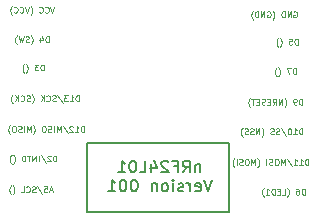
<source format=gbr>
%TF.GenerationSoftware,KiCad,Pcbnew,6.0.5-a6ca702e91~116~ubuntu20.04.1*%
%TF.CreationDate,2022-05-08T08:36:28-05:00*%
%TF.ProjectId,nRF24L01_shield_v001,6e524632-344c-4303-915f-736869656c64,rev?*%
%TF.SameCoordinates,Original*%
%TF.FileFunction,Legend,Bot*%
%TF.FilePolarity,Positive*%
%FSLAX46Y46*%
G04 Gerber Fmt 4.6, Leading zero omitted, Abs format (unit mm)*
G04 Created by KiCad (PCBNEW 6.0.5-a6ca702e91~116~ubuntu20.04.1) date 2022-05-08 08:36:28*
%MOMM*%
%LPD*%
G01*
G04 APERTURE LIST*
%ADD10C,0.150000*%
%ADD11C,0.125000*%
G04 APERTURE END LIST*
D10*
X147800000Y-89700000D02*
X159800000Y-89700000D01*
X159800000Y-89700000D02*
X159800000Y-95500000D01*
X159800000Y-95500000D02*
X147800000Y-95500000D01*
X147800000Y-95500000D02*
X147800000Y-89700000D01*
D11*
X165462857Y-83826190D02*
X165462857Y-83326190D01*
X165343809Y-83326190D01*
X165272380Y-83350000D01*
X165224761Y-83397619D01*
X165200952Y-83445238D01*
X165177142Y-83540476D01*
X165177142Y-83611904D01*
X165200952Y-83707142D01*
X165224761Y-83754761D01*
X165272380Y-83802380D01*
X165343809Y-83826190D01*
X165462857Y-83826190D01*
X165010476Y-83326190D02*
X164677142Y-83326190D01*
X164891428Y-83826190D01*
X163962857Y-84016666D02*
X163986666Y-83992857D01*
X164034285Y-83921428D01*
X164058095Y-83873809D01*
X164081904Y-83802380D01*
X164105714Y-83683333D01*
X164105714Y-83588095D01*
X164081904Y-83469047D01*
X164058095Y-83397619D01*
X164034285Y-83350000D01*
X163986666Y-83278571D01*
X163962857Y-83254761D01*
X163820000Y-84016666D02*
X163796190Y-83992857D01*
X163748571Y-83921428D01*
X163724761Y-83873809D01*
X163700952Y-83802380D01*
X163677142Y-83683333D01*
X163677142Y-83588095D01*
X163700952Y-83469047D01*
X163724761Y-83397619D01*
X163748571Y-83350000D01*
X163796190Y-83278571D01*
X163820000Y-83254761D01*
X145004761Y-78126190D02*
X144838095Y-78626190D01*
X144671428Y-78126190D01*
X144219047Y-78578571D02*
X144242857Y-78602380D01*
X144314285Y-78626190D01*
X144361904Y-78626190D01*
X144433333Y-78602380D01*
X144480952Y-78554761D01*
X144504761Y-78507142D01*
X144528571Y-78411904D01*
X144528571Y-78340476D01*
X144504761Y-78245238D01*
X144480952Y-78197619D01*
X144433333Y-78150000D01*
X144361904Y-78126190D01*
X144314285Y-78126190D01*
X144242857Y-78150000D01*
X144219047Y-78173809D01*
X143719047Y-78578571D02*
X143742857Y-78602380D01*
X143814285Y-78626190D01*
X143861904Y-78626190D01*
X143933333Y-78602380D01*
X143980952Y-78554761D01*
X144004761Y-78507142D01*
X144028571Y-78411904D01*
X144028571Y-78340476D01*
X144004761Y-78245238D01*
X143980952Y-78197619D01*
X143933333Y-78150000D01*
X143861904Y-78126190D01*
X143814285Y-78126190D01*
X143742857Y-78150000D01*
X143719047Y-78173809D01*
X142980952Y-78816666D02*
X143004761Y-78792857D01*
X143052380Y-78721428D01*
X143076190Y-78673809D01*
X143100000Y-78602380D01*
X143123809Y-78483333D01*
X143123809Y-78388095D01*
X143100000Y-78269047D01*
X143076190Y-78197619D01*
X143052380Y-78150000D01*
X143004761Y-78078571D01*
X142980952Y-78054761D01*
X142861904Y-78126190D02*
X142695238Y-78626190D01*
X142528571Y-78126190D01*
X142076190Y-78578571D02*
X142100000Y-78602380D01*
X142171428Y-78626190D01*
X142219047Y-78626190D01*
X142290476Y-78602380D01*
X142338095Y-78554761D01*
X142361904Y-78507142D01*
X142385714Y-78411904D01*
X142385714Y-78340476D01*
X142361904Y-78245238D01*
X142338095Y-78197619D01*
X142290476Y-78150000D01*
X142219047Y-78126190D01*
X142171428Y-78126190D01*
X142100000Y-78150000D01*
X142076190Y-78173809D01*
X141576190Y-78578571D02*
X141600000Y-78602380D01*
X141671428Y-78626190D01*
X141719047Y-78626190D01*
X141790476Y-78602380D01*
X141838095Y-78554761D01*
X141861904Y-78507142D01*
X141885714Y-78411904D01*
X141885714Y-78340476D01*
X141861904Y-78245238D01*
X141838095Y-78197619D01*
X141790476Y-78150000D01*
X141719047Y-78126190D01*
X141671428Y-78126190D01*
X141600000Y-78150000D01*
X141576190Y-78173809D01*
X141409523Y-78816666D02*
X141385714Y-78792857D01*
X141338095Y-78721428D01*
X141314285Y-78673809D01*
X141290476Y-78602380D01*
X141266666Y-78483333D01*
X141266666Y-78388095D01*
X141290476Y-78269047D01*
X141314285Y-78197619D01*
X141338095Y-78150000D01*
X141385714Y-78078571D01*
X141409523Y-78054761D01*
X165266666Y-78550000D02*
X165314285Y-78526190D01*
X165385714Y-78526190D01*
X165457142Y-78550000D01*
X165504761Y-78597619D01*
X165528571Y-78645238D01*
X165552380Y-78740476D01*
X165552380Y-78811904D01*
X165528571Y-78907142D01*
X165504761Y-78954761D01*
X165457142Y-79002380D01*
X165385714Y-79026190D01*
X165338095Y-79026190D01*
X165266666Y-79002380D01*
X165242857Y-78978571D01*
X165242857Y-78811904D01*
X165338095Y-78811904D01*
X165028571Y-79026190D02*
X165028571Y-78526190D01*
X164742857Y-79026190D01*
X164742857Y-78526190D01*
X164504761Y-79026190D02*
X164504761Y-78526190D01*
X164385714Y-78526190D01*
X164314285Y-78550000D01*
X164266666Y-78597619D01*
X164242857Y-78645238D01*
X164219047Y-78740476D01*
X164219047Y-78811904D01*
X164242857Y-78907142D01*
X164266666Y-78954761D01*
X164314285Y-79002380D01*
X164385714Y-79026190D01*
X164504761Y-79026190D01*
X163480952Y-79216666D02*
X163504761Y-79192857D01*
X163552380Y-79121428D01*
X163576190Y-79073809D01*
X163600000Y-79002380D01*
X163623809Y-78883333D01*
X163623809Y-78788095D01*
X163600000Y-78669047D01*
X163576190Y-78597619D01*
X163552380Y-78550000D01*
X163504761Y-78478571D01*
X163480952Y-78454761D01*
X163028571Y-78550000D02*
X163076190Y-78526190D01*
X163147619Y-78526190D01*
X163219047Y-78550000D01*
X163266666Y-78597619D01*
X163290476Y-78645238D01*
X163314285Y-78740476D01*
X163314285Y-78811904D01*
X163290476Y-78907142D01*
X163266666Y-78954761D01*
X163219047Y-79002380D01*
X163147619Y-79026190D01*
X163100000Y-79026190D01*
X163028571Y-79002380D01*
X163004761Y-78978571D01*
X163004761Y-78811904D01*
X163100000Y-78811904D01*
X162790476Y-79026190D02*
X162790476Y-78526190D01*
X162504761Y-79026190D01*
X162504761Y-78526190D01*
X162266666Y-79026190D02*
X162266666Y-78526190D01*
X162147619Y-78526190D01*
X162076190Y-78550000D01*
X162028571Y-78597619D01*
X162004761Y-78645238D01*
X161980952Y-78740476D01*
X161980952Y-78811904D01*
X162004761Y-78907142D01*
X162028571Y-78954761D01*
X162076190Y-79002380D01*
X162147619Y-79026190D01*
X162266666Y-79026190D01*
X161814285Y-79216666D02*
X161790476Y-79192857D01*
X161742857Y-79121428D01*
X161719047Y-79073809D01*
X161695238Y-79002380D01*
X161671428Y-78883333D01*
X161671428Y-78788095D01*
X161695238Y-78669047D01*
X161719047Y-78597619D01*
X161742857Y-78550000D01*
X161790476Y-78478571D01*
X161814285Y-78454761D01*
X166007142Y-88926190D02*
X166007142Y-88426190D01*
X165888095Y-88426190D01*
X165816666Y-88450000D01*
X165769047Y-88497619D01*
X165745238Y-88545238D01*
X165721428Y-88640476D01*
X165721428Y-88711904D01*
X165745238Y-88807142D01*
X165769047Y-88854761D01*
X165816666Y-88902380D01*
X165888095Y-88926190D01*
X166007142Y-88926190D01*
X165245238Y-88926190D02*
X165530952Y-88926190D01*
X165388095Y-88926190D02*
X165388095Y-88426190D01*
X165435714Y-88497619D01*
X165483333Y-88545238D01*
X165530952Y-88569047D01*
X164935714Y-88426190D02*
X164888095Y-88426190D01*
X164840476Y-88450000D01*
X164816666Y-88473809D01*
X164792857Y-88521428D01*
X164769047Y-88616666D01*
X164769047Y-88735714D01*
X164792857Y-88830952D01*
X164816666Y-88878571D01*
X164840476Y-88902380D01*
X164888095Y-88926190D01*
X164935714Y-88926190D01*
X164983333Y-88902380D01*
X165007142Y-88878571D01*
X165030952Y-88830952D01*
X165054761Y-88735714D01*
X165054761Y-88616666D01*
X165030952Y-88521428D01*
X165007142Y-88473809D01*
X164983333Y-88450000D01*
X164935714Y-88426190D01*
X164197619Y-88402380D02*
X164626190Y-89045238D01*
X164054761Y-88902380D02*
X163983333Y-88926190D01*
X163864285Y-88926190D01*
X163816666Y-88902380D01*
X163792857Y-88878571D01*
X163769047Y-88830952D01*
X163769047Y-88783333D01*
X163792857Y-88735714D01*
X163816666Y-88711904D01*
X163864285Y-88688095D01*
X163959523Y-88664285D01*
X164007142Y-88640476D01*
X164030952Y-88616666D01*
X164054761Y-88569047D01*
X164054761Y-88521428D01*
X164030952Y-88473809D01*
X164007142Y-88450000D01*
X163959523Y-88426190D01*
X163840476Y-88426190D01*
X163769047Y-88450000D01*
X163578571Y-88902380D02*
X163507142Y-88926190D01*
X163388095Y-88926190D01*
X163340476Y-88902380D01*
X163316666Y-88878571D01*
X163292857Y-88830952D01*
X163292857Y-88783333D01*
X163316666Y-88735714D01*
X163340476Y-88711904D01*
X163388095Y-88688095D01*
X163483333Y-88664285D01*
X163530952Y-88640476D01*
X163554761Y-88616666D01*
X163578571Y-88569047D01*
X163578571Y-88521428D01*
X163554761Y-88473809D01*
X163530952Y-88450000D01*
X163483333Y-88426190D01*
X163364285Y-88426190D01*
X163292857Y-88450000D01*
X162554761Y-89116666D02*
X162578571Y-89092857D01*
X162626190Y-89021428D01*
X162650000Y-88973809D01*
X162673809Y-88902380D01*
X162697619Y-88783333D01*
X162697619Y-88688095D01*
X162673809Y-88569047D01*
X162650000Y-88497619D01*
X162626190Y-88450000D01*
X162578571Y-88378571D01*
X162554761Y-88354761D01*
X162364285Y-88926190D02*
X162364285Y-88426190D01*
X162078571Y-88926190D01*
X162078571Y-88426190D01*
X161864285Y-88902380D02*
X161792857Y-88926190D01*
X161673809Y-88926190D01*
X161626190Y-88902380D01*
X161602380Y-88878571D01*
X161578571Y-88830952D01*
X161578571Y-88783333D01*
X161602380Y-88735714D01*
X161626190Y-88711904D01*
X161673809Y-88688095D01*
X161769047Y-88664285D01*
X161816666Y-88640476D01*
X161840476Y-88616666D01*
X161864285Y-88569047D01*
X161864285Y-88521428D01*
X161840476Y-88473809D01*
X161816666Y-88450000D01*
X161769047Y-88426190D01*
X161650000Y-88426190D01*
X161578571Y-88450000D01*
X161388095Y-88902380D02*
X161316666Y-88926190D01*
X161197619Y-88926190D01*
X161150000Y-88902380D01*
X161126190Y-88878571D01*
X161102380Y-88830952D01*
X161102380Y-88783333D01*
X161126190Y-88735714D01*
X161150000Y-88711904D01*
X161197619Y-88688095D01*
X161292857Y-88664285D01*
X161340476Y-88640476D01*
X161364285Y-88616666D01*
X161388095Y-88569047D01*
X161388095Y-88521428D01*
X161364285Y-88473809D01*
X161340476Y-88450000D01*
X161292857Y-88426190D01*
X161173809Y-88426190D01*
X161102380Y-88450000D01*
X160935714Y-89116666D02*
X160911904Y-89092857D01*
X160864285Y-89021428D01*
X160840476Y-88973809D01*
X160816666Y-88902380D01*
X160792857Y-88783333D01*
X160792857Y-88688095D01*
X160816666Y-88569047D01*
X160840476Y-88497619D01*
X160864285Y-88450000D01*
X160911904Y-88378571D01*
X160935714Y-88354761D01*
X144833333Y-93683333D02*
X144595238Y-93683333D01*
X144880952Y-93826190D02*
X144714285Y-93326190D01*
X144547619Y-93826190D01*
X144142857Y-93326190D02*
X144380952Y-93326190D01*
X144404761Y-93564285D01*
X144380952Y-93540476D01*
X144333333Y-93516666D01*
X144214285Y-93516666D01*
X144166666Y-93540476D01*
X144142857Y-93564285D01*
X144119047Y-93611904D01*
X144119047Y-93730952D01*
X144142857Y-93778571D01*
X144166666Y-93802380D01*
X144214285Y-93826190D01*
X144333333Y-93826190D01*
X144380952Y-93802380D01*
X144404761Y-93778571D01*
X143547619Y-93302380D02*
X143976190Y-93945238D01*
X143404761Y-93802380D02*
X143333333Y-93826190D01*
X143214285Y-93826190D01*
X143166666Y-93802380D01*
X143142857Y-93778571D01*
X143119047Y-93730952D01*
X143119047Y-93683333D01*
X143142857Y-93635714D01*
X143166666Y-93611904D01*
X143214285Y-93588095D01*
X143309523Y-93564285D01*
X143357142Y-93540476D01*
X143380952Y-93516666D01*
X143404761Y-93469047D01*
X143404761Y-93421428D01*
X143380952Y-93373809D01*
X143357142Y-93350000D01*
X143309523Y-93326190D01*
X143190476Y-93326190D01*
X143119047Y-93350000D01*
X142619047Y-93778571D02*
X142642857Y-93802380D01*
X142714285Y-93826190D01*
X142761904Y-93826190D01*
X142833333Y-93802380D01*
X142880952Y-93754761D01*
X142904761Y-93707142D01*
X142928571Y-93611904D01*
X142928571Y-93540476D01*
X142904761Y-93445238D01*
X142880952Y-93397619D01*
X142833333Y-93350000D01*
X142761904Y-93326190D01*
X142714285Y-93326190D01*
X142642857Y-93350000D01*
X142619047Y-93373809D01*
X142166666Y-93826190D02*
X142404761Y-93826190D01*
X142404761Y-93326190D01*
X141476190Y-94016666D02*
X141500000Y-93992857D01*
X141547619Y-93921428D01*
X141571428Y-93873809D01*
X141595238Y-93802380D01*
X141619047Y-93683333D01*
X141619047Y-93588095D01*
X141595238Y-93469047D01*
X141571428Y-93397619D01*
X141547619Y-93350000D01*
X141500000Y-93278571D01*
X141476190Y-93254761D01*
X141333333Y-94016666D02*
X141309523Y-93992857D01*
X141261904Y-93921428D01*
X141238095Y-93873809D01*
X141214285Y-93802380D01*
X141190476Y-93683333D01*
X141190476Y-93588095D01*
X141214285Y-93469047D01*
X141238095Y-93397619D01*
X141261904Y-93350000D01*
X141309523Y-93278571D01*
X141333333Y-93254761D01*
X147502380Y-88726190D02*
X147502380Y-88226190D01*
X147383333Y-88226190D01*
X147311904Y-88250000D01*
X147264285Y-88297619D01*
X147240476Y-88345238D01*
X147216666Y-88440476D01*
X147216666Y-88511904D01*
X147240476Y-88607142D01*
X147264285Y-88654761D01*
X147311904Y-88702380D01*
X147383333Y-88726190D01*
X147502380Y-88726190D01*
X146740476Y-88726190D02*
X147026190Y-88726190D01*
X146883333Y-88726190D02*
X146883333Y-88226190D01*
X146930952Y-88297619D01*
X146978571Y-88345238D01*
X147026190Y-88369047D01*
X146550000Y-88273809D02*
X146526190Y-88250000D01*
X146478571Y-88226190D01*
X146359523Y-88226190D01*
X146311904Y-88250000D01*
X146288095Y-88273809D01*
X146264285Y-88321428D01*
X146264285Y-88369047D01*
X146288095Y-88440476D01*
X146573809Y-88726190D01*
X146264285Y-88726190D01*
X145692857Y-88202380D02*
X146121428Y-88845238D01*
X145526190Y-88726190D02*
X145526190Y-88226190D01*
X145359523Y-88583333D01*
X145192857Y-88226190D01*
X145192857Y-88726190D01*
X144954761Y-88726190D02*
X144954761Y-88226190D01*
X144740476Y-88702380D02*
X144669047Y-88726190D01*
X144550000Y-88726190D01*
X144502380Y-88702380D01*
X144478571Y-88678571D01*
X144454761Y-88630952D01*
X144454761Y-88583333D01*
X144478571Y-88535714D01*
X144502380Y-88511904D01*
X144550000Y-88488095D01*
X144645238Y-88464285D01*
X144692857Y-88440476D01*
X144716666Y-88416666D01*
X144740476Y-88369047D01*
X144740476Y-88321428D01*
X144716666Y-88273809D01*
X144692857Y-88250000D01*
X144645238Y-88226190D01*
X144526190Y-88226190D01*
X144454761Y-88250000D01*
X144145238Y-88226190D02*
X144050000Y-88226190D01*
X144002380Y-88250000D01*
X143954761Y-88297619D01*
X143930952Y-88392857D01*
X143930952Y-88559523D01*
X143954761Y-88654761D01*
X144002380Y-88702380D01*
X144050000Y-88726190D01*
X144145238Y-88726190D01*
X144192857Y-88702380D01*
X144240476Y-88654761D01*
X144264285Y-88559523D01*
X144264285Y-88392857D01*
X144240476Y-88297619D01*
X144192857Y-88250000D01*
X144145238Y-88226190D01*
X143192857Y-88916666D02*
X143216666Y-88892857D01*
X143264285Y-88821428D01*
X143288095Y-88773809D01*
X143311904Y-88702380D01*
X143335714Y-88583333D01*
X143335714Y-88488095D01*
X143311904Y-88369047D01*
X143288095Y-88297619D01*
X143264285Y-88250000D01*
X143216666Y-88178571D01*
X143192857Y-88154761D01*
X143002380Y-88726190D02*
X143002380Y-88226190D01*
X142835714Y-88583333D01*
X142669047Y-88226190D01*
X142669047Y-88726190D01*
X142430952Y-88726190D02*
X142430952Y-88226190D01*
X142216666Y-88702380D02*
X142145238Y-88726190D01*
X142026190Y-88726190D01*
X141978571Y-88702380D01*
X141954761Y-88678571D01*
X141930952Y-88630952D01*
X141930952Y-88583333D01*
X141954761Y-88535714D01*
X141978571Y-88511904D01*
X142026190Y-88488095D01*
X142121428Y-88464285D01*
X142169047Y-88440476D01*
X142192857Y-88416666D01*
X142216666Y-88369047D01*
X142216666Y-88321428D01*
X142192857Y-88273809D01*
X142169047Y-88250000D01*
X142121428Y-88226190D01*
X142002380Y-88226190D01*
X141930952Y-88250000D01*
X141621428Y-88226190D02*
X141526190Y-88226190D01*
X141478571Y-88250000D01*
X141430952Y-88297619D01*
X141407142Y-88392857D01*
X141407142Y-88559523D01*
X141430952Y-88654761D01*
X141478571Y-88702380D01*
X141526190Y-88726190D01*
X141621428Y-88726190D01*
X141669047Y-88702380D01*
X141716666Y-88654761D01*
X141740476Y-88559523D01*
X141740476Y-88392857D01*
X141716666Y-88297619D01*
X141669047Y-88250000D01*
X141621428Y-88226190D01*
X141240476Y-88916666D02*
X141216666Y-88892857D01*
X141169047Y-88821428D01*
X141145238Y-88773809D01*
X141121428Y-88702380D01*
X141097619Y-88583333D01*
X141097619Y-88488095D01*
X141121428Y-88369047D01*
X141145238Y-88297619D01*
X141169047Y-88250000D01*
X141216666Y-88178571D01*
X141240476Y-88154761D01*
X144092857Y-83526190D02*
X144092857Y-83026190D01*
X143973809Y-83026190D01*
X143902380Y-83050000D01*
X143854761Y-83097619D01*
X143830952Y-83145238D01*
X143807142Y-83240476D01*
X143807142Y-83311904D01*
X143830952Y-83407142D01*
X143854761Y-83454761D01*
X143902380Y-83502380D01*
X143973809Y-83526190D01*
X144092857Y-83526190D01*
X143640476Y-83026190D02*
X143330952Y-83026190D01*
X143497619Y-83216666D01*
X143426190Y-83216666D01*
X143378571Y-83240476D01*
X143354761Y-83264285D01*
X143330952Y-83311904D01*
X143330952Y-83430952D01*
X143354761Y-83478571D01*
X143378571Y-83502380D01*
X143426190Y-83526190D01*
X143569047Y-83526190D01*
X143616666Y-83502380D01*
X143640476Y-83478571D01*
X142592857Y-83716666D02*
X142616666Y-83692857D01*
X142664285Y-83621428D01*
X142688095Y-83573809D01*
X142711904Y-83502380D01*
X142735714Y-83383333D01*
X142735714Y-83288095D01*
X142711904Y-83169047D01*
X142688095Y-83097619D01*
X142664285Y-83050000D01*
X142616666Y-82978571D01*
X142592857Y-82954761D01*
X142450000Y-83716666D02*
X142426190Y-83692857D01*
X142378571Y-83621428D01*
X142354761Y-83573809D01*
X142330952Y-83502380D01*
X142307142Y-83383333D01*
X142307142Y-83288095D01*
X142330952Y-83169047D01*
X142354761Y-83097619D01*
X142378571Y-83050000D01*
X142426190Y-82978571D01*
X142450000Y-82954761D01*
D10*
X157352380Y-91480714D02*
X157352380Y-92147380D01*
X157352380Y-91575952D02*
X157304761Y-91528333D01*
X157209523Y-91480714D01*
X157066666Y-91480714D01*
X156971428Y-91528333D01*
X156923809Y-91623571D01*
X156923809Y-92147380D01*
X155876190Y-92147380D02*
X156209523Y-91671190D01*
X156447619Y-92147380D02*
X156447619Y-91147380D01*
X156066666Y-91147380D01*
X155971428Y-91195000D01*
X155923809Y-91242619D01*
X155876190Y-91337857D01*
X155876190Y-91480714D01*
X155923809Y-91575952D01*
X155971428Y-91623571D01*
X156066666Y-91671190D01*
X156447619Y-91671190D01*
X155114285Y-91623571D02*
X155447619Y-91623571D01*
X155447619Y-92147380D02*
X155447619Y-91147380D01*
X154971428Y-91147380D01*
X154638095Y-91242619D02*
X154590476Y-91195000D01*
X154495238Y-91147380D01*
X154257142Y-91147380D01*
X154161904Y-91195000D01*
X154114285Y-91242619D01*
X154066666Y-91337857D01*
X154066666Y-91433095D01*
X154114285Y-91575952D01*
X154685714Y-92147380D01*
X154066666Y-92147380D01*
X153209523Y-91480714D02*
X153209523Y-92147380D01*
X153447619Y-91099761D02*
X153685714Y-91814047D01*
X153066666Y-91814047D01*
X152209523Y-92147380D02*
X152685714Y-92147380D01*
X152685714Y-91147380D01*
X151685714Y-91147380D02*
X151590476Y-91147380D01*
X151495238Y-91195000D01*
X151447619Y-91242619D01*
X151400000Y-91337857D01*
X151352380Y-91528333D01*
X151352380Y-91766428D01*
X151400000Y-91956904D01*
X151447619Y-92052142D01*
X151495238Y-92099761D01*
X151590476Y-92147380D01*
X151685714Y-92147380D01*
X151780952Y-92099761D01*
X151828571Y-92052142D01*
X151876190Y-91956904D01*
X151923809Y-91766428D01*
X151923809Y-91528333D01*
X151876190Y-91337857D01*
X151828571Y-91242619D01*
X151780952Y-91195000D01*
X151685714Y-91147380D01*
X150400000Y-92147380D02*
X150971428Y-92147380D01*
X150685714Y-92147380D02*
X150685714Y-91147380D01*
X150780952Y-91290238D01*
X150876190Y-91385476D01*
X150971428Y-91433095D01*
X158328571Y-92757380D02*
X157995238Y-93757380D01*
X157661904Y-92757380D01*
X156947619Y-93709761D02*
X157042857Y-93757380D01*
X157233333Y-93757380D01*
X157328571Y-93709761D01*
X157376190Y-93614523D01*
X157376190Y-93233571D01*
X157328571Y-93138333D01*
X157233333Y-93090714D01*
X157042857Y-93090714D01*
X156947619Y-93138333D01*
X156900000Y-93233571D01*
X156900000Y-93328809D01*
X157376190Y-93424047D01*
X156471428Y-93757380D02*
X156471428Y-93090714D01*
X156471428Y-93281190D02*
X156423809Y-93185952D01*
X156376190Y-93138333D01*
X156280952Y-93090714D01*
X156185714Y-93090714D01*
X155900000Y-93709761D02*
X155804761Y-93757380D01*
X155614285Y-93757380D01*
X155519047Y-93709761D01*
X155471428Y-93614523D01*
X155471428Y-93566904D01*
X155519047Y-93471666D01*
X155614285Y-93424047D01*
X155757142Y-93424047D01*
X155852380Y-93376428D01*
X155900000Y-93281190D01*
X155900000Y-93233571D01*
X155852380Y-93138333D01*
X155757142Y-93090714D01*
X155614285Y-93090714D01*
X155519047Y-93138333D01*
X155042857Y-93757380D02*
X155042857Y-93090714D01*
X155042857Y-92757380D02*
X155090476Y-92805000D01*
X155042857Y-92852619D01*
X154995238Y-92805000D01*
X155042857Y-92757380D01*
X155042857Y-92852619D01*
X154423809Y-93757380D02*
X154519047Y-93709761D01*
X154566666Y-93662142D01*
X154614285Y-93566904D01*
X154614285Y-93281190D01*
X154566666Y-93185952D01*
X154519047Y-93138333D01*
X154423809Y-93090714D01*
X154280952Y-93090714D01*
X154185714Y-93138333D01*
X154138095Y-93185952D01*
X154090476Y-93281190D01*
X154090476Y-93566904D01*
X154138095Y-93662142D01*
X154185714Y-93709761D01*
X154280952Y-93757380D01*
X154423809Y-93757380D01*
X153661904Y-93090714D02*
X153661904Y-93757380D01*
X153661904Y-93185952D02*
X153614285Y-93138333D01*
X153519047Y-93090714D01*
X153376190Y-93090714D01*
X153280952Y-93138333D01*
X153233333Y-93233571D01*
X153233333Y-93757380D01*
X151804761Y-92757380D02*
X151709523Y-92757380D01*
X151614285Y-92805000D01*
X151566666Y-92852619D01*
X151519047Y-92947857D01*
X151471428Y-93138333D01*
X151471428Y-93376428D01*
X151519047Y-93566904D01*
X151566666Y-93662142D01*
X151614285Y-93709761D01*
X151709523Y-93757380D01*
X151804761Y-93757380D01*
X151900000Y-93709761D01*
X151947619Y-93662142D01*
X151995238Y-93566904D01*
X152042857Y-93376428D01*
X152042857Y-93138333D01*
X151995238Y-92947857D01*
X151947619Y-92852619D01*
X151900000Y-92805000D01*
X151804761Y-92757380D01*
X150852380Y-92757380D02*
X150757142Y-92757380D01*
X150661904Y-92805000D01*
X150614285Y-92852619D01*
X150566666Y-92947857D01*
X150519047Y-93138333D01*
X150519047Y-93376428D01*
X150566666Y-93566904D01*
X150614285Y-93662142D01*
X150661904Y-93709761D01*
X150757142Y-93757380D01*
X150852380Y-93757380D01*
X150947619Y-93709761D01*
X150995238Y-93662142D01*
X151042857Y-93566904D01*
X151090476Y-93376428D01*
X151090476Y-93138333D01*
X151042857Y-92947857D01*
X150995238Y-92852619D01*
X150947619Y-92805000D01*
X150852380Y-92757380D01*
X149566666Y-93757380D02*
X150138095Y-93757380D01*
X149852380Y-93757380D02*
X149852380Y-92757380D01*
X149947619Y-92900238D01*
X150042857Y-92995476D01*
X150138095Y-93043095D01*
D11*
X166209523Y-94026190D02*
X166209523Y-93526190D01*
X166090476Y-93526190D01*
X166019047Y-93550000D01*
X165971428Y-93597619D01*
X165947619Y-93645238D01*
X165923809Y-93740476D01*
X165923809Y-93811904D01*
X165947619Y-93907142D01*
X165971428Y-93954761D01*
X166019047Y-94002380D01*
X166090476Y-94026190D01*
X166209523Y-94026190D01*
X165495238Y-93526190D02*
X165590476Y-93526190D01*
X165638095Y-93550000D01*
X165661904Y-93573809D01*
X165709523Y-93645238D01*
X165733333Y-93740476D01*
X165733333Y-93930952D01*
X165709523Y-93978571D01*
X165685714Y-94002380D01*
X165638095Y-94026190D01*
X165542857Y-94026190D01*
X165495238Y-94002380D01*
X165471428Y-93978571D01*
X165447619Y-93930952D01*
X165447619Y-93811904D01*
X165471428Y-93764285D01*
X165495238Y-93740476D01*
X165542857Y-93716666D01*
X165638095Y-93716666D01*
X165685714Y-93740476D01*
X165709523Y-93764285D01*
X165733333Y-93811904D01*
X164709523Y-94216666D02*
X164733333Y-94192857D01*
X164780952Y-94121428D01*
X164804761Y-94073809D01*
X164828571Y-94002380D01*
X164852380Y-93883333D01*
X164852380Y-93788095D01*
X164828571Y-93669047D01*
X164804761Y-93597619D01*
X164780952Y-93550000D01*
X164733333Y-93478571D01*
X164709523Y-93454761D01*
X164280952Y-94026190D02*
X164519047Y-94026190D01*
X164519047Y-93526190D01*
X164114285Y-93764285D02*
X163947619Y-93764285D01*
X163876190Y-94026190D02*
X164114285Y-94026190D01*
X164114285Y-93526190D01*
X163876190Y-93526190D01*
X163661904Y-94026190D02*
X163661904Y-93526190D01*
X163542857Y-93526190D01*
X163471428Y-93550000D01*
X163423809Y-93597619D01*
X163400000Y-93645238D01*
X163376190Y-93740476D01*
X163376190Y-93811904D01*
X163400000Y-93907142D01*
X163423809Y-93954761D01*
X163471428Y-94002380D01*
X163542857Y-94026190D01*
X163661904Y-94026190D01*
X162900000Y-94026190D02*
X163185714Y-94026190D01*
X163042857Y-94026190D02*
X163042857Y-93526190D01*
X163090476Y-93597619D01*
X163138095Y-93645238D01*
X163185714Y-93669047D01*
X162733333Y-94216666D02*
X162709523Y-94192857D01*
X162661904Y-94121428D01*
X162638095Y-94073809D01*
X162614285Y-94002380D01*
X162590476Y-93883333D01*
X162590476Y-93788095D01*
X162614285Y-93669047D01*
X162638095Y-93597619D01*
X162661904Y-93550000D01*
X162709523Y-93478571D01*
X162733333Y-93454761D01*
X144516666Y-81126190D02*
X144516666Y-80626190D01*
X144397619Y-80626190D01*
X144326190Y-80650000D01*
X144278571Y-80697619D01*
X144254761Y-80745238D01*
X144230952Y-80840476D01*
X144230952Y-80911904D01*
X144254761Y-81007142D01*
X144278571Y-81054761D01*
X144326190Y-81102380D01*
X144397619Y-81126190D01*
X144516666Y-81126190D01*
X143802380Y-80792857D02*
X143802380Y-81126190D01*
X143921428Y-80602380D02*
X144040476Y-80959523D01*
X143730952Y-80959523D01*
X143016666Y-81316666D02*
X143040476Y-81292857D01*
X143088095Y-81221428D01*
X143111904Y-81173809D01*
X143135714Y-81102380D01*
X143159523Y-80983333D01*
X143159523Y-80888095D01*
X143135714Y-80769047D01*
X143111904Y-80697619D01*
X143088095Y-80650000D01*
X143040476Y-80578571D01*
X143016666Y-80554761D01*
X142850000Y-81102380D02*
X142778571Y-81126190D01*
X142659523Y-81126190D01*
X142611904Y-81102380D01*
X142588095Y-81078571D01*
X142564285Y-81030952D01*
X142564285Y-80983333D01*
X142588095Y-80935714D01*
X142611904Y-80911904D01*
X142659523Y-80888095D01*
X142754761Y-80864285D01*
X142802380Y-80840476D01*
X142826190Y-80816666D01*
X142850000Y-80769047D01*
X142850000Y-80721428D01*
X142826190Y-80673809D01*
X142802380Y-80650000D01*
X142754761Y-80626190D01*
X142635714Y-80626190D01*
X142564285Y-80650000D01*
X142397619Y-80626190D02*
X142278571Y-81126190D01*
X142183333Y-80769047D01*
X142088095Y-81126190D01*
X141969047Y-80626190D01*
X141826190Y-81316666D02*
X141802380Y-81292857D01*
X141754761Y-81221428D01*
X141730952Y-81173809D01*
X141707142Y-81102380D01*
X141683333Y-80983333D01*
X141683333Y-80888095D01*
X141707142Y-80769047D01*
X141730952Y-80697619D01*
X141754761Y-80650000D01*
X141802380Y-80578571D01*
X141826190Y-80554761D01*
X147069047Y-86126190D02*
X147069047Y-85626190D01*
X146950000Y-85626190D01*
X146878571Y-85650000D01*
X146830952Y-85697619D01*
X146807142Y-85745238D01*
X146783333Y-85840476D01*
X146783333Y-85911904D01*
X146807142Y-86007142D01*
X146830952Y-86054761D01*
X146878571Y-86102380D01*
X146950000Y-86126190D01*
X147069047Y-86126190D01*
X146307142Y-86126190D02*
X146592857Y-86126190D01*
X146450000Y-86126190D02*
X146450000Y-85626190D01*
X146497619Y-85697619D01*
X146545238Y-85745238D01*
X146592857Y-85769047D01*
X146140476Y-85626190D02*
X145830952Y-85626190D01*
X145997619Y-85816666D01*
X145926190Y-85816666D01*
X145878571Y-85840476D01*
X145854761Y-85864285D01*
X145830952Y-85911904D01*
X145830952Y-86030952D01*
X145854761Y-86078571D01*
X145878571Y-86102380D01*
X145926190Y-86126190D01*
X146069047Y-86126190D01*
X146116666Y-86102380D01*
X146140476Y-86078571D01*
X145259523Y-85602380D02*
X145688095Y-86245238D01*
X145116666Y-86102380D02*
X145045238Y-86126190D01*
X144926190Y-86126190D01*
X144878571Y-86102380D01*
X144854761Y-86078571D01*
X144830952Y-86030952D01*
X144830952Y-85983333D01*
X144854761Y-85935714D01*
X144878571Y-85911904D01*
X144926190Y-85888095D01*
X145021428Y-85864285D01*
X145069047Y-85840476D01*
X145092857Y-85816666D01*
X145116666Y-85769047D01*
X145116666Y-85721428D01*
X145092857Y-85673809D01*
X145069047Y-85650000D01*
X145021428Y-85626190D01*
X144902380Y-85626190D01*
X144830952Y-85650000D01*
X144330952Y-86078571D02*
X144354761Y-86102380D01*
X144426190Y-86126190D01*
X144473809Y-86126190D01*
X144545238Y-86102380D01*
X144592857Y-86054761D01*
X144616666Y-86007142D01*
X144640476Y-85911904D01*
X144640476Y-85840476D01*
X144616666Y-85745238D01*
X144592857Y-85697619D01*
X144545238Y-85650000D01*
X144473809Y-85626190D01*
X144426190Y-85626190D01*
X144354761Y-85650000D01*
X144330952Y-85673809D01*
X144116666Y-86126190D02*
X144116666Y-85626190D01*
X143830952Y-86126190D02*
X144045238Y-85840476D01*
X143830952Y-85626190D02*
X144116666Y-85911904D01*
X143092857Y-86316666D02*
X143116666Y-86292857D01*
X143164285Y-86221428D01*
X143188095Y-86173809D01*
X143211904Y-86102380D01*
X143235714Y-85983333D01*
X143235714Y-85888095D01*
X143211904Y-85769047D01*
X143188095Y-85697619D01*
X143164285Y-85650000D01*
X143116666Y-85578571D01*
X143092857Y-85554761D01*
X142926190Y-86102380D02*
X142854761Y-86126190D01*
X142735714Y-86126190D01*
X142688095Y-86102380D01*
X142664285Y-86078571D01*
X142640476Y-86030952D01*
X142640476Y-85983333D01*
X142664285Y-85935714D01*
X142688095Y-85911904D01*
X142735714Y-85888095D01*
X142830952Y-85864285D01*
X142878571Y-85840476D01*
X142902380Y-85816666D01*
X142926190Y-85769047D01*
X142926190Y-85721428D01*
X142902380Y-85673809D01*
X142878571Y-85650000D01*
X142830952Y-85626190D01*
X142711904Y-85626190D01*
X142640476Y-85650000D01*
X142140476Y-86078571D02*
X142164285Y-86102380D01*
X142235714Y-86126190D01*
X142283333Y-86126190D01*
X142354761Y-86102380D01*
X142402380Y-86054761D01*
X142426190Y-86007142D01*
X142450000Y-85911904D01*
X142450000Y-85840476D01*
X142426190Y-85745238D01*
X142402380Y-85697619D01*
X142354761Y-85650000D01*
X142283333Y-85626190D01*
X142235714Y-85626190D01*
X142164285Y-85650000D01*
X142140476Y-85673809D01*
X141926190Y-86126190D02*
X141926190Y-85626190D01*
X141640476Y-86126190D02*
X141854761Y-85840476D01*
X141640476Y-85626190D02*
X141926190Y-85911904D01*
X141473809Y-86316666D02*
X141450000Y-86292857D01*
X141402380Y-86221428D01*
X141378571Y-86173809D01*
X141354761Y-86102380D01*
X141330952Y-85983333D01*
X141330952Y-85888095D01*
X141354761Y-85769047D01*
X141378571Y-85697619D01*
X141402380Y-85650000D01*
X141450000Y-85578571D01*
X141473809Y-85554761D01*
X165985714Y-86426190D02*
X165985714Y-85926190D01*
X165866666Y-85926190D01*
X165795238Y-85950000D01*
X165747619Y-85997619D01*
X165723809Y-86045238D01*
X165700000Y-86140476D01*
X165700000Y-86211904D01*
X165723809Y-86307142D01*
X165747619Y-86354761D01*
X165795238Y-86402380D01*
X165866666Y-86426190D01*
X165985714Y-86426190D01*
X165461904Y-86426190D02*
X165366666Y-86426190D01*
X165319047Y-86402380D01*
X165295238Y-86378571D01*
X165247619Y-86307142D01*
X165223809Y-86211904D01*
X165223809Y-86021428D01*
X165247619Y-85973809D01*
X165271428Y-85950000D01*
X165319047Y-85926190D01*
X165414285Y-85926190D01*
X165461904Y-85950000D01*
X165485714Y-85973809D01*
X165509523Y-86021428D01*
X165509523Y-86140476D01*
X165485714Y-86188095D01*
X165461904Y-86211904D01*
X165414285Y-86235714D01*
X165319047Y-86235714D01*
X165271428Y-86211904D01*
X165247619Y-86188095D01*
X165223809Y-86140476D01*
X164485714Y-86616666D02*
X164509523Y-86592857D01*
X164557142Y-86521428D01*
X164580952Y-86473809D01*
X164604761Y-86402380D01*
X164628571Y-86283333D01*
X164628571Y-86188095D01*
X164604761Y-86069047D01*
X164580952Y-85997619D01*
X164557142Y-85950000D01*
X164509523Y-85878571D01*
X164485714Y-85854761D01*
X164295238Y-86426190D02*
X164295238Y-85926190D01*
X164009523Y-86426190D01*
X164009523Y-85926190D01*
X163485714Y-86426190D02*
X163652380Y-86188095D01*
X163771428Y-86426190D02*
X163771428Y-85926190D01*
X163580952Y-85926190D01*
X163533333Y-85950000D01*
X163509523Y-85973809D01*
X163485714Y-86021428D01*
X163485714Y-86092857D01*
X163509523Y-86140476D01*
X163533333Y-86164285D01*
X163580952Y-86188095D01*
X163771428Y-86188095D01*
X163271428Y-86164285D02*
X163104761Y-86164285D01*
X163033333Y-86426190D02*
X163271428Y-86426190D01*
X163271428Y-85926190D01*
X163033333Y-85926190D01*
X162842857Y-86402380D02*
X162771428Y-86426190D01*
X162652380Y-86426190D01*
X162604761Y-86402380D01*
X162580952Y-86378571D01*
X162557142Y-86330952D01*
X162557142Y-86283333D01*
X162580952Y-86235714D01*
X162604761Y-86211904D01*
X162652380Y-86188095D01*
X162747619Y-86164285D01*
X162795238Y-86140476D01*
X162819047Y-86116666D01*
X162842857Y-86069047D01*
X162842857Y-86021428D01*
X162819047Y-85973809D01*
X162795238Y-85950000D01*
X162747619Y-85926190D01*
X162628571Y-85926190D01*
X162557142Y-85950000D01*
X162342857Y-86164285D02*
X162176190Y-86164285D01*
X162104761Y-86426190D02*
X162342857Y-86426190D01*
X162342857Y-85926190D01*
X162104761Y-85926190D01*
X161961904Y-85926190D02*
X161676190Y-85926190D01*
X161819047Y-86426190D02*
X161819047Y-85926190D01*
X161557142Y-86616666D02*
X161533333Y-86592857D01*
X161485714Y-86521428D01*
X161461904Y-86473809D01*
X161438095Y-86402380D01*
X161414285Y-86283333D01*
X161414285Y-86188095D01*
X161438095Y-86069047D01*
X161461904Y-85997619D01*
X161485714Y-85950000D01*
X161533333Y-85878571D01*
X161557142Y-85854761D01*
X145164285Y-91226190D02*
X145164285Y-90726190D01*
X145045238Y-90726190D01*
X144973809Y-90750000D01*
X144926190Y-90797619D01*
X144902380Y-90845238D01*
X144878571Y-90940476D01*
X144878571Y-91011904D01*
X144902380Y-91107142D01*
X144926190Y-91154761D01*
X144973809Y-91202380D01*
X145045238Y-91226190D01*
X145164285Y-91226190D01*
X144688095Y-90773809D02*
X144664285Y-90750000D01*
X144616666Y-90726190D01*
X144497619Y-90726190D01*
X144450000Y-90750000D01*
X144426190Y-90773809D01*
X144402380Y-90821428D01*
X144402380Y-90869047D01*
X144426190Y-90940476D01*
X144711904Y-91226190D01*
X144402380Y-91226190D01*
X143830952Y-90702380D02*
X144259523Y-91345238D01*
X143664285Y-91226190D02*
X143664285Y-90726190D01*
X143426190Y-91226190D02*
X143426190Y-90726190D01*
X143140476Y-91226190D01*
X143140476Y-90726190D01*
X142973809Y-90726190D02*
X142688095Y-90726190D01*
X142830952Y-91226190D02*
X142830952Y-90726190D01*
X142426190Y-90726190D02*
X142378571Y-90726190D01*
X142330952Y-90750000D01*
X142307142Y-90773809D01*
X142283333Y-90821428D01*
X142259523Y-90916666D01*
X142259523Y-91035714D01*
X142283333Y-91130952D01*
X142307142Y-91178571D01*
X142330952Y-91202380D01*
X142378571Y-91226190D01*
X142426190Y-91226190D01*
X142473809Y-91202380D01*
X142497619Y-91178571D01*
X142521428Y-91130952D01*
X142545238Y-91035714D01*
X142545238Y-90916666D01*
X142521428Y-90821428D01*
X142497619Y-90773809D01*
X142473809Y-90750000D01*
X142426190Y-90726190D01*
X141521428Y-91416666D02*
X141545238Y-91392857D01*
X141592857Y-91321428D01*
X141616666Y-91273809D01*
X141640476Y-91202380D01*
X141664285Y-91083333D01*
X141664285Y-90988095D01*
X141640476Y-90869047D01*
X141616666Y-90797619D01*
X141592857Y-90750000D01*
X141545238Y-90678571D01*
X141521428Y-90654761D01*
X141378571Y-91416666D02*
X141354761Y-91392857D01*
X141307142Y-91321428D01*
X141283333Y-91273809D01*
X141259523Y-91202380D01*
X141235714Y-91083333D01*
X141235714Y-90988095D01*
X141259523Y-90869047D01*
X141283333Y-90797619D01*
X141307142Y-90750000D01*
X141354761Y-90678571D01*
X141378571Y-90654761D01*
X166502380Y-91526190D02*
X166502380Y-91026190D01*
X166383333Y-91026190D01*
X166311904Y-91050000D01*
X166264285Y-91097619D01*
X166240476Y-91145238D01*
X166216666Y-91240476D01*
X166216666Y-91311904D01*
X166240476Y-91407142D01*
X166264285Y-91454761D01*
X166311904Y-91502380D01*
X166383333Y-91526190D01*
X166502380Y-91526190D01*
X165740476Y-91526190D02*
X166026190Y-91526190D01*
X165883333Y-91526190D02*
X165883333Y-91026190D01*
X165930952Y-91097619D01*
X165978571Y-91145238D01*
X166026190Y-91169047D01*
X165264285Y-91526190D02*
X165550000Y-91526190D01*
X165407142Y-91526190D02*
X165407142Y-91026190D01*
X165454761Y-91097619D01*
X165502380Y-91145238D01*
X165550000Y-91169047D01*
X164692857Y-91002380D02*
X165121428Y-91645238D01*
X164526190Y-91526190D02*
X164526190Y-91026190D01*
X164359523Y-91383333D01*
X164192857Y-91026190D01*
X164192857Y-91526190D01*
X163859523Y-91026190D02*
X163764285Y-91026190D01*
X163716666Y-91050000D01*
X163669047Y-91097619D01*
X163645238Y-91192857D01*
X163645238Y-91359523D01*
X163669047Y-91454761D01*
X163716666Y-91502380D01*
X163764285Y-91526190D01*
X163859523Y-91526190D01*
X163907142Y-91502380D01*
X163954761Y-91454761D01*
X163978571Y-91359523D01*
X163978571Y-91192857D01*
X163954761Y-91097619D01*
X163907142Y-91050000D01*
X163859523Y-91026190D01*
X163454761Y-91502380D02*
X163383333Y-91526190D01*
X163264285Y-91526190D01*
X163216666Y-91502380D01*
X163192857Y-91478571D01*
X163169047Y-91430952D01*
X163169047Y-91383333D01*
X163192857Y-91335714D01*
X163216666Y-91311904D01*
X163264285Y-91288095D01*
X163359523Y-91264285D01*
X163407142Y-91240476D01*
X163430952Y-91216666D01*
X163454761Y-91169047D01*
X163454761Y-91121428D01*
X163430952Y-91073809D01*
X163407142Y-91050000D01*
X163359523Y-91026190D01*
X163240476Y-91026190D01*
X163169047Y-91050000D01*
X162954761Y-91526190D02*
X162954761Y-91026190D01*
X162192857Y-91716666D02*
X162216666Y-91692857D01*
X162264285Y-91621428D01*
X162288095Y-91573809D01*
X162311904Y-91502380D01*
X162335714Y-91383333D01*
X162335714Y-91288095D01*
X162311904Y-91169047D01*
X162288095Y-91097619D01*
X162264285Y-91050000D01*
X162216666Y-90978571D01*
X162192857Y-90954761D01*
X162002380Y-91526190D02*
X162002380Y-91026190D01*
X161835714Y-91383333D01*
X161669047Y-91026190D01*
X161669047Y-91526190D01*
X161335714Y-91026190D02*
X161240476Y-91026190D01*
X161192857Y-91050000D01*
X161145238Y-91097619D01*
X161121428Y-91192857D01*
X161121428Y-91359523D01*
X161145238Y-91454761D01*
X161192857Y-91502380D01*
X161240476Y-91526190D01*
X161335714Y-91526190D01*
X161383333Y-91502380D01*
X161430952Y-91454761D01*
X161454761Y-91359523D01*
X161454761Y-91192857D01*
X161430952Y-91097619D01*
X161383333Y-91050000D01*
X161335714Y-91026190D01*
X160930952Y-91502380D02*
X160859523Y-91526190D01*
X160740476Y-91526190D01*
X160692857Y-91502380D01*
X160669047Y-91478571D01*
X160645238Y-91430952D01*
X160645238Y-91383333D01*
X160669047Y-91335714D01*
X160692857Y-91311904D01*
X160740476Y-91288095D01*
X160835714Y-91264285D01*
X160883333Y-91240476D01*
X160907142Y-91216666D01*
X160930952Y-91169047D01*
X160930952Y-91121428D01*
X160907142Y-91073809D01*
X160883333Y-91050000D01*
X160835714Y-91026190D01*
X160716666Y-91026190D01*
X160645238Y-91050000D01*
X160430952Y-91526190D02*
X160430952Y-91026190D01*
X160240476Y-91716666D02*
X160216666Y-91692857D01*
X160169047Y-91621428D01*
X160145238Y-91573809D01*
X160121428Y-91502380D01*
X160097619Y-91383333D01*
X160097619Y-91288095D01*
X160121428Y-91169047D01*
X160145238Y-91097619D01*
X160169047Y-91050000D01*
X160216666Y-90978571D01*
X160240476Y-90954761D01*
X165592857Y-81326190D02*
X165592857Y-80826190D01*
X165473809Y-80826190D01*
X165402380Y-80850000D01*
X165354761Y-80897619D01*
X165330952Y-80945238D01*
X165307142Y-81040476D01*
X165307142Y-81111904D01*
X165330952Y-81207142D01*
X165354761Y-81254761D01*
X165402380Y-81302380D01*
X165473809Y-81326190D01*
X165592857Y-81326190D01*
X164854761Y-80826190D02*
X165092857Y-80826190D01*
X165116666Y-81064285D01*
X165092857Y-81040476D01*
X165045238Y-81016666D01*
X164926190Y-81016666D01*
X164878571Y-81040476D01*
X164854761Y-81064285D01*
X164830952Y-81111904D01*
X164830952Y-81230952D01*
X164854761Y-81278571D01*
X164878571Y-81302380D01*
X164926190Y-81326190D01*
X165045238Y-81326190D01*
X165092857Y-81302380D01*
X165116666Y-81278571D01*
X164092857Y-81516666D02*
X164116666Y-81492857D01*
X164164285Y-81421428D01*
X164188095Y-81373809D01*
X164211904Y-81302380D01*
X164235714Y-81183333D01*
X164235714Y-81088095D01*
X164211904Y-80969047D01*
X164188095Y-80897619D01*
X164164285Y-80850000D01*
X164116666Y-80778571D01*
X164092857Y-80754761D01*
X163950000Y-81516666D02*
X163926190Y-81492857D01*
X163878571Y-81421428D01*
X163854761Y-81373809D01*
X163830952Y-81302380D01*
X163807142Y-81183333D01*
X163807142Y-81088095D01*
X163830952Y-80969047D01*
X163854761Y-80897619D01*
X163878571Y-80850000D01*
X163926190Y-80778571D01*
X163950000Y-80754761D01*
M02*

</source>
